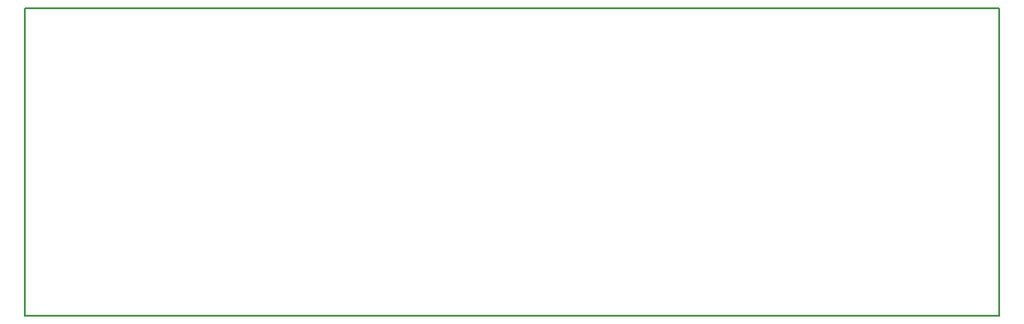
<source format=gbr>
%TF.GenerationSoftware,KiCad,Pcbnew,5.1.12-84ad8e8a86~92~ubuntu20.04.1*%
%TF.CreationDate,2021-12-07T15:47:01+01:00*%
%TF.ProjectId,Venato,56656e61-746f-42e6-9b69-6361645f7063,rev?*%
%TF.SameCoordinates,Original*%
%TF.FileFunction,Profile,NP*%
%FSLAX46Y46*%
G04 Gerber Fmt 4.6, Leading zero omitted, Abs format (unit mm)*
G04 Created by KiCad (PCBNEW 5.1.12-84ad8e8a86~92~ubuntu20.04.1) date 2021-12-07 15:47:01*
%MOMM*%
%LPD*%
G01*
G04 APERTURE LIST*
%TA.AperFunction,Profile*%
%ADD10C,0.150000*%
%TD*%
G04 APERTURE END LIST*
D10*
X45200000Y-46500000D02*
X134900000Y-46500000D01*
X45200000Y-74800000D02*
X45200000Y-46500000D01*
X134900000Y-74800000D02*
X45200000Y-74800000D01*
X134900000Y-46500000D02*
X134900000Y-74800000D01*
M02*

</source>
